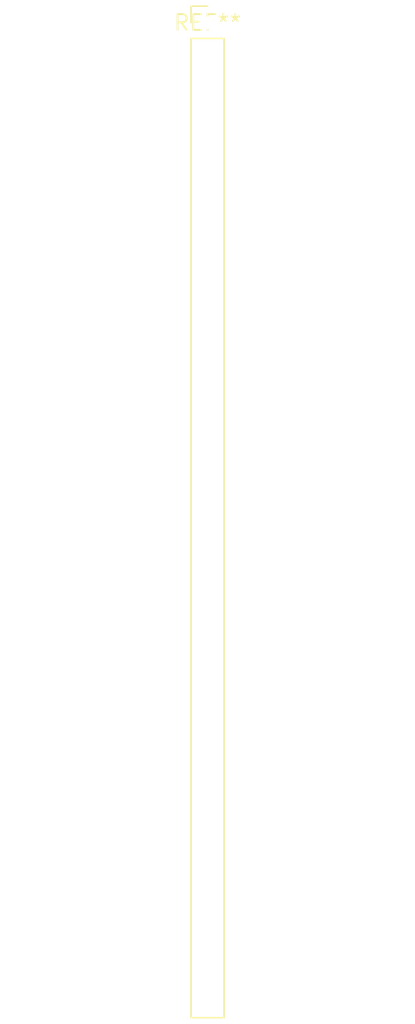
<source format=kicad_pcb>
(kicad_pcb (version 20240108) (generator pcbnew)
  (layers (0 "F.Cu" signal) (31 "B.Cu" signal) (34 "B.Paste" user) (35 "F.Paste" user) (36 "B.SilkS" user "B.Silkscreen") (37 "F.SilkS" user "F.Silkscreen") (38 "B.Mask" user) (39 "F.Mask" user) (44 "Edge.Cuts" user))
  (net 0 "")
  (footprint "PinHeader_1x32_P2.54mm_Vertical" (layer "F.Cu") (at 0 0)
    (property "Reference" "REF**")
    (property "Value" "PinHeader_1x32_P2.54mm_Vertical")
    (fp_line (start -1.33 -1.33) (end 0 -1.33) (layer "F.SilkS") (stroke (width 0.12)))
    (fp_line (start -1.33 0) (end -1.33 -1.33) (layer "F.SilkS") (stroke (width 0.12)))
    (fp_line (start -1.33 1.27) (end -1.33 80.07) (layer "F.SilkS") (stroke (width 0.12)))
    (fp_line (start -1.33 1.27) (end 1.33 1.27) (layer "F.SilkS") (stroke (width 0.12)))
    (fp_line (start -1.33 80.07) (end 1.33 80.07) (layer "F.SilkS") (stroke (width 0.12)))
    (fp_line (start 1.33 1.27) (end 1.33 80.07) (layer "F.SilkS") (stroke (width 0.12)))
    (pad "1" thru_hole rect (at 0 0) (size 1.7 1.7) (drill 1) (layers *.Cu *.Mask) (remove_unused_layers))
    (pad "2" thru_hole oval (at 0 2.54) (size 1.7 1.7) (drill 1) (layers *.Cu *.Mask) (remove_unused_layers))
    (pad "3" thru_hole oval (at 0 5.08) (size 1.7 1.7) (drill 1) (layers *.Cu *.Mask) (remove_unused_layers))
    (pad "4" thru_hole oval (at 0 7.62) (size 1.7 1.7) (drill 1) (layers *.Cu *.Mask) (remove_unused_layers))
    (pad "5" thru_hole oval (at 0 10.16) (size 1.7 1.7) (drill 1) (layers *.Cu *.Mask) (remove_unused_layers))
    (pad "6" thru_hole oval (at 0 12.7) (size 1.7 1.7) (drill 1) (layers *.Cu *.Mask) (remove_unused_layers))
    (pad "7" thru_hole oval (at 0 15.24) (size 1.7 1.7) (drill 1) (layers *.Cu *.Mask) (remove_unused_layers))
    (pad "8" thru_hole oval (at 0 17.78) (size 1.7 1.7) (drill 1) (layers *.Cu *.Mask) (remove_unused_layers))
    (pad "9" thru_hole oval (at 0 20.32) (size 1.7 1.7) (drill 1) (layers *.Cu *.Mask) (remove_unused_layers))
    (pad "10" thru_hole oval (at 0 22.86) (size 1.7 1.7) (drill 1) (layers *.Cu *.Mask) (remove_unused_layers))
    (pad "11" thru_hole oval (at 0 25.4) (size 1.7 1.7) (drill 1) (layers *.Cu *.Mask) (remove_unused_layers))
    (pad "12" thru_hole oval (at 0 27.94) (size 1.7 1.7) (drill 1) (layers *.Cu *.Mask) (remove_unused_layers))
    (pad "13" thru_hole oval (at 0 30.48) (size 1.7 1.7) (drill 1) (layers *.Cu *.Mask) (remove_unused_layers))
    (pad "14" thru_hole oval (at 0 33.02) (size 1.7 1.7) (drill 1) (layers *.Cu *.Mask) (remove_unused_layers))
    (pad "15" thru_hole oval (at 0 35.56) (size 1.7 1.7) (drill 1) (layers *.Cu *.Mask) (remove_unused_layers))
    (pad "16" thru_hole oval (at 0 38.1) (size 1.7 1.7) (drill 1) (layers *.Cu *.Mask) (remove_unused_layers))
    (pad "17" thru_hole oval (at 0 40.64) (size 1.7 1.7) (drill 1) (layers *.Cu *.Mask) (remove_unused_layers))
    (pad "18" thru_hole oval (at 0 43.18) (size 1.7 1.7) (drill 1) (layers *.Cu *.Mask) (remove_unused_layers))
    (pad "19" thru_hole oval (at 0 45.72) (size 1.7 1.7) (drill 1) (layers *.Cu *.Mask) (remove_unused_layers))
    (pad "20" thru_hole oval (at 0 48.26) (size 1.7 1.7) (drill 1) (layers *.Cu *.Mask) (remove_unused_layers))
    (pad "21" thru_hole oval (at 0 50.8) (size 1.7 1.7) (drill 1) (layers *.Cu *.Mask) (remove_unused_layers))
    (pad "22" thru_hole oval (at 0 53.34) (size 1.7 1.7) (drill 1) (layers *.Cu *.Mask) (remove_unused_layers))
    (pad "23" thru_hole oval (at 0 55.88) (size 1.7 1.7) (drill 1) (layers *.Cu *.Mask) (remove_unused_layers))
    (pad "24" thru_hole oval (at 0 58.42) (size 1.7 1.7) (drill 1) (layers *.Cu *.Mask) (remove_unused_layers))
    (pad "25" thru_hole oval (at 0 60.96) (size 1.7 1.7) (drill 1) (layers *.Cu *.Mask) (remove_unused_layers))
    (pad "26" thru_hole oval (at 0 63.5) (size 1.7 1.7) (drill 1) (layers *.Cu *.Mask) (remove_unused_layers))
    (pad "27" thru_hole oval (at 0 66.04) (size 1.7 1.7) (drill 1) (layers *.Cu *.Mask) (remove_unused_layers))
    (pad "28" thru_hole oval (at 0 68.58) (size 1.7 1.7) (drill 1) (layers *.Cu *.Mask) (remove_unused_layers))
    (pad "29" thru_hole oval (at 0 71.12) (size 1.7 1.7) (drill 1) (layers *.Cu *.Mask) (remove_unused_layers))
    (pad "30" thru_hole oval (at 0 73.66) (size 1.7 1.7) (drill 1) (layers *.Cu *.Mask) (remove_unused_layers))
    (pad "31" thru_hole oval (at 0 76.2) (size 1.7 1.7) (drill 1) (layers *.Cu *.Mask) (remove_unused_layers))
    (pad "32" thru_hole oval (at 0 78.74) (size 1.7 1.7) (drill 1) (layers *.Cu *.Mask) (remove_unused_layers))
  )
)
</source>
